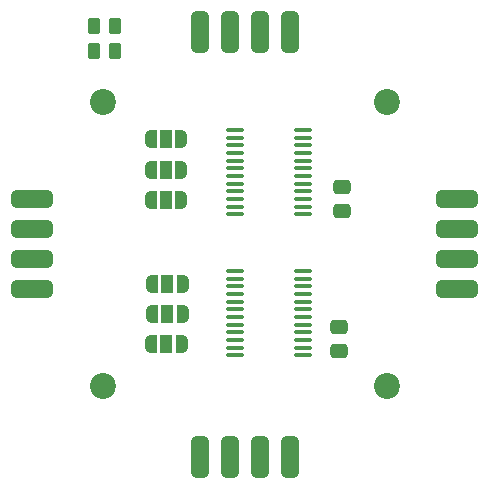
<source format=gbr>
%TF.GenerationSoftware,KiCad,Pcbnew,(6.0.1)*%
%TF.CreationDate,2022-11-17T20:37:07-05:00*%
%TF.ProjectId,ThermixelGrid,54686572-6d69-4786-956c-477269642e6b,rev?*%
%TF.SameCoordinates,Original*%
%TF.FileFunction,Soldermask,Bot*%
%TF.FilePolarity,Negative*%
%FSLAX46Y46*%
G04 Gerber Fmt 4.6, Leading zero omitted, Abs format (unit mm)*
G04 Created by KiCad (PCBNEW (6.0.1)) date 2022-11-17 20:37:07*
%MOMM*%
%LPD*%
G01*
G04 APERTURE LIST*
G04 Aperture macros list*
%AMRoundRect*
0 Rectangle with rounded corners*
0 $1 Rounding radius*
0 $2 $3 $4 $5 $6 $7 $8 $9 X,Y pos of 4 corners*
0 Add a 4 corners polygon primitive as box body*
4,1,4,$2,$3,$4,$5,$6,$7,$8,$9,$2,$3,0*
0 Add four circle primitives for the rounded corners*
1,1,$1+$1,$2,$3*
1,1,$1+$1,$4,$5*
1,1,$1+$1,$6,$7*
1,1,$1+$1,$8,$9*
0 Add four rect primitives between the rounded corners*
20,1,$1+$1,$2,$3,$4,$5,0*
20,1,$1+$1,$4,$5,$6,$7,0*
20,1,$1+$1,$6,$7,$8,$9,0*
20,1,$1+$1,$8,$9,$2,$3,0*%
%AMFreePoly0*
4,1,22,0.550000,-0.750000,0.000000,-0.750000,0.000000,-0.745033,-0.079941,-0.743568,-0.215256,-0.701293,-0.333266,-0.622738,-0.424486,-0.514219,-0.481581,-0.384460,-0.499164,-0.250000,-0.500000,-0.250000,-0.500000,0.250000,-0.499164,0.250000,-0.499963,0.256109,-0.478152,0.396186,-0.417904,0.524511,-0.324060,0.630769,-0.204165,0.706417,-0.067858,0.745374,0.000000,0.744959,0.000000,0.750000,
0.550000,0.750000,0.550000,-0.750000,0.550000,-0.750000,$1*%
%AMFreePoly1*
4,1,20,0.000000,0.744959,0.073905,0.744508,0.209726,0.703889,0.328688,0.626782,0.421226,0.519385,0.479903,0.390333,0.500000,0.250000,0.500000,-0.250000,0.499851,-0.262216,0.476331,-0.402017,0.414519,-0.529596,0.319384,-0.634700,0.198574,-0.708877,0.061801,-0.746166,0.000000,-0.745033,0.000000,-0.750000,-0.550000,-0.750000,-0.550000,0.750000,0.000000,0.750000,0.000000,0.744959,
0.000000,0.744959,$1*%
G04 Aperture macros list end*
%ADD10C,2.200000*%
%ADD11RoundRect,0.381000X-0.381000X-1.359000X0.381000X-1.359000X0.381000X1.359000X-0.381000X1.359000X0*%
%ADD12RoundRect,0.381000X-1.359000X0.381000X-1.359000X-0.381000X1.359000X-0.381000X1.359000X0.381000X0*%
%ADD13FreePoly0,180.000000*%
%ADD14R,1.000000X1.500000*%
%ADD15FreePoly1,180.000000*%
%ADD16RoundRect,0.249999X-0.262501X-0.450001X0.262501X-0.450001X0.262501X0.450001X-0.262501X0.450001X0*%
%ADD17RoundRect,0.100000X-0.637500X-0.100000X0.637500X-0.100000X0.637500X0.100000X-0.637500X0.100000X0*%
%ADD18RoundRect,0.250000X0.475000X-0.337500X0.475000X0.337500X-0.475000X0.337500X-0.475000X-0.337500X0*%
G04 APERTURE END LIST*
D10*
%TO.C,H3*%
X8000000Y-32000000D03*
%TD*%
%TO.C,H2*%
X32000000Y-8000000D03*
%TD*%
%TO.C,H1*%
X8000000Y-8000000D03*
%TD*%
%TO.C,H4*%
X32000000Y-32000000D03*
%TD*%
D11*
%TO.C,J1*%
X16170000Y-2000000D03*
X18710000Y-2000000D03*
X21250000Y-2000000D03*
X23790000Y-2000000D03*
%TD*%
%TO.C,J2*%
X16210000Y-38000000D03*
X18750000Y-38000000D03*
X21290000Y-38000000D03*
X23830000Y-38000000D03*
%TD*%
D12*
%TO.C,J3*%
X2000000Y-16170000D03*
X2000000Y-18710000D03*
X2000000Y-21250000D03*
X2000000Y-23790000D03*
%TD*%
%TO.C,J4*%
X38000000Y-16170000D03*
X38000000Y-18710000D03*
X38000000Y-21250000D03*
X38000000Y-23790000D03*
%TD*%
D13*
%TO.C,JP1*%
X14630400Y-11112000D03*
D14*
X13330400Y-11112000D03*
D15*
X12030400Y-11112000D03*
%TD*%
D13*
%TO.C,JP2*%
X14630400Y-13716000D03*
D14*
X13330400Y-13716000D03*
D15*
X12030400Y-13716000D03*
%TD*%
D13*
%TO.C,JP3*%
X14630400Y-16256000D03*
D14*
X13330400Y-16256000D03*
D15*
X12030400Y-16256000D03*
%TD*%
D13*
%TO.C,JP4*%
X14724400Y-23368000D03*
D14*
X13424400Y-23368000D03*
D15*
X12124400Y-23368000D03*
%TD*%
D13*
%TO.C,JP5*%
X14724400Y-25908000D03*
D14*
X13424400Y-25908000D03*
D15*
X12124400Y-25908000D03*
%TD*%
D13*
%TO.C,JP6*%
X14660400Y-28448000D03*
D14*
X13360400Y-28448000D03*
D15*
X12060400Y-28448000D03*
%TD*%
D16*
%TO.C,R26*%
X7217400Y-1542600D03*
X9042400Y-1542600D03*
%TD*%
%TO.C,R27*%
X7217400Y-3657600D03*
X9042400Y-3657600D03*
%TD*%
D17*
%TO.C,U1*%
X19171500Y-17481000D03*
X19171500Y-16831000D03*
X19171500Y-16181000D03*
X19171500Y-15531000D03*
X19171500Y-14881000D03*
X19171500Y-14231000D03*
X19171500Y-13581000D03*
X19171500Y-12931000D03*
X19171500Y-12281000D03*
X19171500Y-11631000D03*
X19171500Y-10981000D03*
X19171500Y-10331000D03*
X24896500Y-10331000D03*
X24896500Y-10981000D03*
X24896500Y-11631000D03*
X24896500Y-12281000D03*
X24896500Y-12931000D03*
X24896500Y-13581000D03*
X24896500Y-14231000D03*
X24896500Y-14881000D03*
X24896500Y-15531000D03*
X24896500Y-16181000D03*
X24896500Y-16831000D03*
X24896500Y-17481000D03*
%TD*%
%TO.C,U2*%
X19171500Y-29419000D03*
X19171500Y-28769000D03*
X19171500Y-28119000D03*
X19171500Y-27469000D03*
X19171500Y-26819000D03*
X19171500Y-26169000D03*
X19171500Y-25519000D03*
X19171500Y-24869000D03*
X19171500Y-24219000D03*
X19171500Y-23569000D03*
X19171500Y-22919000D03*
X19171500Y-22269000D03*
X24896500Y-22269000D03*
X24896500Y-22919000D03*
X24896500Y-23569000D03*
X24896500Y-24219000D03*
X24896500Y-24869000D03*
X24896500Y-25519000D03*
X24896500Y-26169000D03*
X24896500Y-26819000D03*
X24896500Y-27469000D03*
X24896500Y-28119000D03*
X24896500Y-28769000D03*
X24896500Y-29419000D03*
%TD*%
D18*
%TO.C,C1*%
X27940000Y-29055500D03*
X27940000Y-26980500D03*
%TD*%
%TO.C,C2*%
X28194000Y-17229500D03*
X28194000Y-15154500D03*
%TD*%
M02*

</source>
